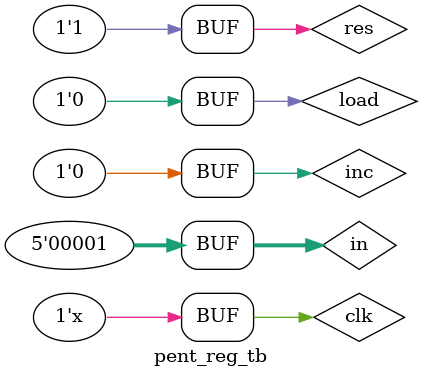
<source format=v>
module pent_register(input[4:0] in , output reg [4:0] out,input load, input inc,input res,input clk);

always @(posedge clk)
	if (load==1) out<=in;
	else if(inc==1) out<=out+1;

always@(*) if (res==1) out<=0;

endmodule

module pent_reg_tb;

reg [4:0] in;
reg load, inc,res ,clk;
wire [4:0] out;
pent_register pc(in,out,load,inc,res,clk);
initial
begin
	clk=0;
	in=5'b00001;
	load=1;
	#10 load=0;
	inc=1;
	#10 inc=0;
	res=1;
end
  always begin
    #5 clk = ~clk;
  end

endmodule
</source>
